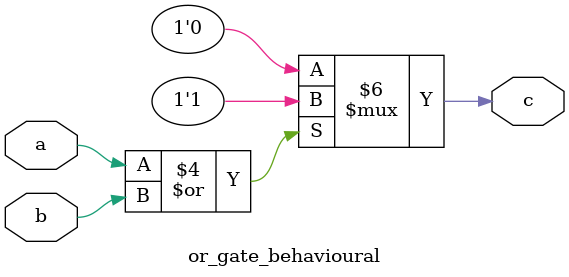
<source format=sv>
/* Behavioural style. */

module or_gate_behavioural (
    input a, b,
    output logic c
);
    always_comb begin
        if (a == 1'b1 | b == 1'b1)
            c = 1'b1;
        else
            c = 1'b0;
    end
endmodule : or_gate_behavioural


/* End of file. */

</source>
